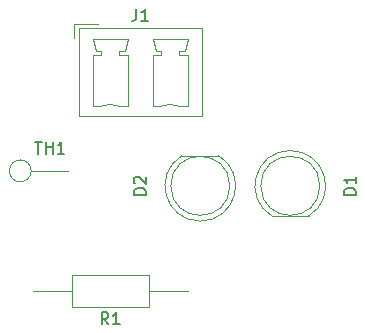
<source format=gbr>
%TF.GenerationSoftware,KiCad,Pcbnew,7.0.10*%
%TF.CreationDate,2024-04-09T17:15:05+02:00*%
%TF.ProjectId,KortsluitingBeperker,4b6f7274-736c-4756-9974-696e67426570,rev?*%
%TF.SameCoordinates,Original*%
%TF.FileFunction,Legend,Top*%
%TF.FilePolarity,Positive*%
%FSLAX46Y46*%
G04 Gerber Fmt 4.6, Leading zero omitted, Abs format (unit mm)*
G04 Created by KiCad (PCBNEW 7.0.10) date 2024-04-09 17:15:05*
%MOMM*%
%LPD*%
G01*
G04 APERTURE LIST*
%ADD10C,0.150000*%
%ADD11C,0.120000*%
G04 APERTURE END LIST*
D10*
X31416666Y-15494819D02*
X31416666Y-16209104D01*
X31416666Y-16209104D02*
X31369047Y-16351961D01*
X31369047Y-16351961D02*
X31273809Y-16447200D01*
X31273809Y-16447200D02*
X31130952Y-16494819D01*
X31130952Y-16494819D02*
X31035714Y-16494819D01*
X32416666Y-16494819D02*
X31845238Y-16494819D01*
X32130952Y-16494819D02*
X32130952Y-15494819D01*
X32130952Y-15494819D02*
X32035714Y-15637676D01*
X32035714Y-15637676D02*
X31940476Y-15732914D01*
X31940476Y-15732914D02*
X31845238Y-15780533D01*
X32204819Y-31218094D02*
X31204819Y-31218094D01*
X31204819Y-31218094D02*
X31204819Y-30979999D01*
X31204819Y-30979999D02*
X31252438Y-30837142D01*
X31252438Y-30837142D02*
X31347676Y-30741904D01*
X31347676Y-30741904D02*
X31442914Y-30694285D01*
X31442914Y-30694285D02*
X31633390Y-30646666D01*
X31633390Y-30646666D02*
X31776247Y-30646666D01*
X31776247Y-30646666D02*
X31966723Y-30694285D01*
X31966723Y-30694285D02*
X32061961Y-30741904D01*
X32061961Y-30741904D02*
X32157200Y-30837142D01*
X32157200Y-30837142D02*
X32204819Y-30979999D01*
X32204819Y-30979999D02*
X32204819Y-31218094D01*
X31300057Y-30265713D02*
X31252438Y-30218094D01*
X31252438Y-30218094D02*
X31204819Y-30122856D01*
X31204819Y-30122856D02*
X31204819Y-29884761D01*
X31204819Y-29884761D02*
X31252438Y-29789523D01*
X31252438Y-29789523D02*
X31300057Y-29741904D01*
X31300057Y-29741904D02*
X31395295Y-29694285D01*
X31395295Y-29694285D02*
X31490533Y-29694285D01*
X31490533Y-29694285D02*
X31633390Y-29741904D01*
X31633390Y-29741904D02*
X32204819Y-30313332D01*
X32204819Y-30313332D02*
X32204819Y-29694285D01*
X49984819Y-31218094D02*
X48984819Y-31218094D01*
X48984819Y-31218094D02*
X48984819Y-30979999D01*
X48984819Y-30979999D02*
X49032438Y-30837142D01*
X49032438Y-30837142D02*
X49127676Y-30741904D01*
X49127676Y-30741904D02*
X49222914Y-30694285D01*
X49222914Y-30694285D02*
X49413390Y-30646666D01*
X49413390Y-30646666D02*
X49556247Y-30646666D01*
X49556247Y-30646666D02*
X49746723Y-30694285D01*
X49746723Y-30694285D02*
X49841961Y-30741904D01*
X49841961Y-30741904D02*
X49937200Y-30837142D01*
X49937200Y-30837142D02*
X49984819Y-30979999D01*
X49984819Y-30979999D02*
X49984819Y-31218094D01*
X49984819Y-29694285D02*
X49984819Y-30265713D01*
X49984819Y-29979999D02*
X48984819Y-29979999D01*
X48984819Y-29979999D02*
X49127676Y-30075237D01*
X49127676Y-30075237D02*
X49222914Y-30170475D01*
X49222914Y-30170475D02*
X49270533Y-30265713D01*
X29043333Y-42194819D02*
X28710000Y-41718628D01*
X28471905Y-42194819D02*
X28471905Y-41194819D01*
X28471905Y-41194819D02*
X28852857Y-41194819D01*
X28852857Y-41194819D02*
X28948095Y-41242438D01*
X28948095Y-41242438D02*
X28995714Y-41290057D01*
X28995714Y-41290057D02*
X29043333Y-41385295D01*
X29043333Y-41385295D02*
X29043333Y-41528152D01*
X29043333Y-41528152D02*
X28995714Y-41623390D01*
X28995714Y-41623390D02*
X28948095Y-41671009D01*
X28948095Y-41671009D02*
X28852857Y-41718628D01*
X28852857Y-41718628D02*
X28471905Y-41718628D01*
X29995714Y-42194819D02*
X29424286Y-42194819D01*
X29710000Y-42194819D02*
X29710000Y-41194819D01*
X29710000Y-41194819D02*
X29614762Y-41337676D01*
X29614762Y-41337676D02*
X29519524Y-41432914D01*
X29519524Y-41432914D02*
X29424286Y-41480533D01*
X22844286Y-26744819D02*
X23415714Y-26744819D01*
X23130000Y-27744819D02*
X23130000Y-26744819D01*
X23749048Y-27744819D02*
X23749048Y-26744819D01*
X23749048Y-27221009D02*
X24320476Y-27221009D01*
X24320476Y-27744819D02*
X24320476Y-26744819D01*
X25320476Y-27744819D02*
X24749048Y-27744819D01*
X25034762Y-27744819D02*
X25034762Y-26744819D01*
X25034762Y-26744819D02*
X24939524Y-26887676D01*
X24939524Y-26887676D02*
X24844286Y-26982914D01*
X24844286Y-26982914D02*
X24749048Y-27030533D01*
D11*
%TO.C,J1*%
X26170000Y-16740000D02*
X28170000Y-16740000D01*
X26170000Y-17990000D02*
X26170000Y-16740000D01*
X26560000Y-17130000D02*
X26560000Y-24600000D01*
X26560000Y-24600000D02*
X36940000Y-24600000D01*
X27710000Y-18090000D02*
X30710000Y-18090000D01*
X27710000Y-19440000D02*
X28460000Y-19440000D01*
X27710000Y-23740000D02*
X27710000Y-19440000D01*
X27960000Y-19090000D02*
X27710000Y-18090000D01*
X28460000Y-19090000D02*
X27960000Y-19090000D01*
X28460000Y-19440000D02*
X28460000Y-19090000D01*
X28460000Y-23740000D02*
X27710000Y-23740000D01*
X29960000Y-19090000D02*
X29960000Y-19440000D01*
X29960000Y-19440000D02*
X30710000Y-19440000D01*
X30460000Y-19090000D02*
X29960000Y-19090000D01*
X30710000Y-18090000D02*
X30460000Y-19090000D01*
X30710000Y-19440000D02*
X30710000Y-23740000D01*
X30710000Y-23740000D02*
X29960000Y-23740000D01*
X32790000Y-18090000D02*
X35790000Y-18090000D01*
X32790000Y-19440000D02*
X33540000Y-19440000D01*
X32790000Y-23740000D02*
X32790000Y-19440000D01*
X33040000Y-19090000D02*
X32790000Y-18090000D01*
X33540000Y-19090000D02*
X33040000Y-19090000D01*
X33540000Y-19440000D02*
X33540000Y-19090000D01*
X33540000Y-23740000D02*
X32790000Y-23740000D01*
X35040000Y-19090000D02*
X35040000Y-19440000D01*
X35040000Y-19440000D02*
X35790000Y-19440000D01*
X35540000Y-19090000D02*
X35040000Y-19090000D01*
X35790000Y-18090000D02*
X35540000Y-19090000D01*
X35790000Y-19440000D02*
X35790000Y-23740000D01*
X35790000Y-23740000D02*
X35040000Y-23740000D01*
X36940000Y-17130000D02*
X26560000Y-17130000D01*
X36940000Y-24600000D02*
X36940000Y-17130000D01*
X29959647Y-23739845D02*
G75*
G03*
X28460000Y-23740000I-749647J-1700155D01*
G01*
X35039647Y-23739845D02*
G75*
G03*
X33540000Y-23740000I-749647J-1700155D01*
G01*
%TO.C,D2*%
X38375000Y-27920000D02*
X35285000Y-27920000D01*
X36829538Y-33469999D02*
G75*
G03*
X38374830Y-27920001I462J2989999D01*
G01*
X35285170Y-27920000D02*
G75*
G03*
X36830462Y-33470000I1544830J-2560000D01*
G01*
X39330000Y-30480000D02*
G75*
G03*
X34330000Y-30480000I-2500000J0D01*
G01*
X34330000Y-30480000D02*
G75*
G03*
X39330000Y-30480000I2500000J0D01*
G01*
%TO.C,D1*%
X42905000Y-33040000D02*
X45995000Y-33040000D01*
X44450462Y-27490001D02*
G75*
G03*
X42905170Y-33039999I-462J-2989999D01*
G01*
X45994830Y-33040000D02*
G75*
G03*
X44449538Y-27490000I-1544830J2560000D01*
G01*
X46950000Y-30480000D02*
G75*
G03*
X41950000Y-30480000I-2500000J0D01*
G01*
X41950000Y-30480000D02*
G75*
G03*
X46950000Y-30480000I2500000J0D01*
G01*
%TO.C,R1*%
X35790000Y-39370000D02*
X32480000Y-39370000D01*
X32480000Y-40740000D02*
X32480000Y-38000000D01*
X32480000Y-38000000D02*
X25940000Y-38000000D01*
X25940000Y-40740000D02*
X32480000Y-40740000D01*
X25940000Y-38000000D02*
X25940000Y-40740000D01*
X22630000Y-39370000D02*
X25940000Y-39370000D01*
%TO.C,TH1*%
X22510000Y-29210000D02*
X25670000Y-29210000D01*
X22510000Y-29210000D02*
G75*
G03*
X20670000Y-29210000I-920000J0D01*
G01*
X20670000Y-29210000D02*
G75*
G03*
X22510000Y-29210000I920000J0D01*
G01*
%TD*%
M02*

</source>
